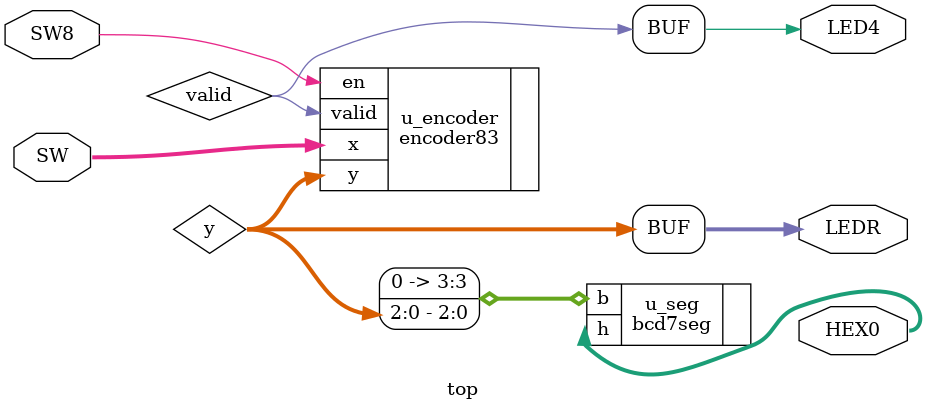
<source format=v>
module top (
  input  [7:0] SW,     // SW0~SW7
  input        SW8,    // 使能信号
  output [2:0] LEDR,   // 编码结果
  output       LED4,   // 有效指示灯
  output [6:0] HEX0    // 数码管显示
);

  wire [2:0] y;
  wire       valid;

  encoder83 u_encoder (
    .x(SW),
    .en(SW8),
    .y(y),
    .valid(valid)
  );

  assign LEDR = y;
  assign LED4 = valid;

  bcd7seg u_seg (
    .b({1'b0, y}),  // 扩展成 4 位输入给译码器
    .h(HEX0)
  );

endmodule

</source>
